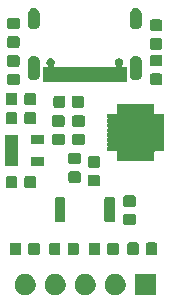
<source format=gbr>
G04 #@! TF.GenerationSoftware,KiCad,Pcbnew,(5.1.5)-3*
G04 #@! TF.CreationDate,2022-01-21T17:51:05-06:00*
G04 #@! TF.ProjectId,test_stand_smd,74657374-5f73-4746-916e-645f736d642e,rev?*
G04 #@! TF.SameCoordinates,Original*
G04 #@! TF.FileFunction,Soldermask,Top*
G04 #@! TF.FilePolarity,Negative*
%FSLAX46Y46*%
G04 Gerber Fmt 4.6, Leading zero omitted, Abs format (unit mm)*
G04 Created by KiCad (PCBNEW (5.1.5)-3) date 2022-01-21 17:51:05*
%MOMM*%
%LPD*%
G04 APERTURE LIST*
%ADD10C,0.100000*%
G04 APERTURE END LIST*
D10*
G36*
X143402532Y-100256887D02*
G01*
X143551832Y-100286584D01*
X143715804Y-100354504D01*
X143863374Y-100453107D01*
X143988873Y-100578606D01*
X144087476Y-100726176D01*
X144155396Y-100890148D01*
X144190020Y-101064219D01*
X144190020Y-101241701D01*
X144155396Y-101415772D01*
X144087476Y-101579744D01*
X143988873Y-101727314D01*
X143863374Y-101852813D01*
X143715804Y-101951416D01*
X143551832Y-102019336D01*
X143402532Y-102049033D01*
X143377762Y-102053960D01*
X143200278Y-102053960D01*
X143175508Y-102049033D01*
X143026208Y-102019336D01*
X142862236Y-101951416D01*
X142714666Y-101852813D01*
X142589167Y-101727314D01*
X142490564Y-101579744D01*
X142422644Y-101415772D01*
X142388020Y-101241701D01*
X142388020Y-101064219D01*
X142422644Y-100890148D01*
X142490564Y-100726176D01*
X142589167Y-100578606D01*
X142714666Y-100453107D01*
X142862236Y-100354504D01*
X143026208Y-100286584D01*
X143175508Y-100256887D01*
X143200278Y-100251960D01*
X143377762Y-100251960D01*
X143402532Y-100256887D01*
G37*
G36*
X140862532Y-100256887D02*
G01*
X141011832Y-100286584D01*
X141175804Y-100354504D01*
X141323374Y-100453107D01*
X141448873Y-100578606D01*
X141547476Y-100726176D01*
X141615396Y-100890148D01*
X141650020Y-101064219D01*
X141650020Y-101241701D01*
X141615396Y-101415772D01*
X141547476Y-101579744D01*
X141448873Y-101727314D01*
X141323374Y-101852813D01*
X141175804Y-101951416D01*
X141011832Y-102019336D01*
X140862532Y-102049033D01*
X140837762Y-102053960D01*
X140660278Y-102053960D01*
X140635508Y-102049033D01*
X140486208Y-102019336D01*
X140322236Y-101951416D01*
X140174666Y-101852813D01*
X140049167Y-101727314D01*
X139950564Y-101579744D01*
X139882644Y-101415772D01*
X139848020Y-101241701D01*
X139848020Y-101064219D01*
X139882644Y-100890148D01*
X139950564Y-100726176D01*
X140049167Y-100578606D01*
X140174666Y-100453107D01*
X140322236Y-100354504D01*
X140486208Y-100286584D01*
X140635508Y-100256887D01*
X140660278Y-100251960D01*
X140837762Y-100251960D01*
X140862532Y-100256887D01*
G37*
G36*
X138322532Y-100256887D02*
G01*
X138471832Y-100286584D01*
X138635804Y-100354504D01*
X138783374Y-100453107D01*
X138908873Y-100578606D01*
X139007476Y-100726176D01*
X139075396Y-100890148D01*
X139110020Y-101064219D01*
X139110020Y-101241701D01*
X139075396Y-101415772D01*
X139007476Y-101579744D01*
X138908873Y-101727314D01*
X138783374Y-101852813D01*
X138635804Y-101951416D01*
X138471832Y-102019336D01*
X138322532Y-102049033D01*
X138297762Y-102053960D01*
X138120278Y-102053960D01*
X138095508Y-102049033D01*
X137946208Y-102019336D01*
X137782236Y-101951416D01*
X137634666Y-101852813D01*
X137509167Y-101727314D01*
X137410564Y-101579744D01*
X137342644Y-101415772D01*
X137308020Y-101241701D01*
X137308020Y-101064219D01*
X137342644Y-100890148D01*
X137410564Y-100726176D01*
X137509167Y-100578606D01*
X137634666Y-100453107D01*
X137782236Y-100354504D01*
X137946208Y-100286584D01*
X138095508Y-100256887D01*
X138120278Y-100251960D01*
X138297762Y-100251960D01*
X138322532Y-100256887D01*
G37*
G36*
X149270020Y-102053960D02*
G01*
X147468020Y-102053960D01*
X147468020Y-100251960D01*
X149270020Y-100251960D01*
X149270020Y-102053960D01*
G37*
G36*
X145942532Y-100256887D02*
G01*
X146091832Y-100286584D01*
X146255804Y-100354504D01*
X146403374Y-100453107D01*
X146528873Y-100578606D01*
X146627476Y-100726176D01*
X146695396Y-100890148D01*
X146730020Y-101064219D01*
X146730020Y-101241701D01*
X146695396Y-101415772D01*
X146627476Y-101579744D01*
X146528873Y-101727314D01*
X146403374Y-101852813D01*
X146255804Y-101951416D01*
X146091832Y-102019336D01*
X145942532Y-102049033D01*
X145917762Y-102053960D01*
X145740278Y-102053960D01*
X145715508Y-102049033D01*
X145566208Y-102019336D01*
X145402236Y-101951416D01*
X145254666Y-101852813D01*
X145129167Y-101727314D01*
X145030564Y-101579744D01*
X144962644Y-101415772D01*
X144928020Y-101241701D01*
X144928020Y-101064219D01*
X144962644Y-100890148D01*
X145030564Y-100726176D01*
X145129167Y-100578606D01*
X145254666Y-100453107D01*
X145402236Y-100354504D01*
X145566208Y-100286584D01*
X145715508Y-100256887D01*
X145740278Y-100251960D01*
X145917762Y-100251960D01*
X145942532Y-100256887D01*
G37*
G36*
X142626991Y-97613285D02*
G01*
X142660969Y-97623593D01*
X142692290Y-97640334D01*
X142719739Y-97662861D01*
X142742266Y-97690310D01*
X142759007Y-97721631D01*
X142769315Y-97755609D01*
X142773400Y-97797090D01*
X142773400Y-98473310D01*
X142769315Y-98514791D01*
X142759007Y-98548769D01*
X142742266Y-98580090D01*
X142719739Y-98607539D01*
X142692290Y-98630066D01*
X142660969Y-98646807D01*
X142626991Y-98657115D01*
X142585510Y-98661200D01*
X141984290Y-98661200D01*
X141942809Y-98657115D01*
X141908831Y-98646807D01*
X141877510Y-98630066D01*
X141850061Y-98607539D01*
X141827534Y-98580090D01*
X141810793Y-98548769D01*
X141800485Y-98514791D01*
X141796400Y-98473310D01*
X141796400Y-97797090D01*
X141800485Y-97755609D01*
X141810793Y-97721631D01*
X141827534Y-97690310D01*
X141850061Y-97662861D01*
X141877510Y-97640334D01*
X141908831Y-97623593D01*
X141942809Y-97613285D01*
X141984290Y-97609200D01*
X142585510Y-97609200D01*
X142626991Y-97613285D01*
G37*
G36*
X137741991Y-97613285D02*
G01*
X137775969Y-97623593D01*
X137807290Y-97640334D01*
X137834739Y-97662861D01*
X137857266Y-97690310D01*
X137874007Y-97721631D01*
X137884315Y-97755609D01*
X137888400Y-97797090D01*
X137888400Y-98473310D01*
X137884315Y-98514791D01*
X137874007Y-98548769D01*
X137857266Y-98580090D01*
X137834739Y-98607539D01*
X137807290Y-98630066D01*
X137775969Y-98646807D01*
X137741991Y-98657115D01*
X137700510Y-98661200D01*
X137099290Y-98661200D01*
X137057809Y-98657115D01*
X137023831Y-98646807D01*
X136992510Y-98630066D01*
X136965061Y-98607539D01*
X136942534Y-98580090D01*
X136925793Y-98548769D01*
X136915485Y-98514791D01*
X136911400Y-98473310D01*
X136911400Y-97797090D01*
X136915485Y-97755609D01*
X136925793Y-97721631D01*
X136942534Y-97690310D01*
X136965061Y-97662861D01*
X136992510Y-97640334D01*
X137023831Y-97623593D01*
X137057809Y-97613285D01*
X137099290Y-97609200D01*
X137700510Y-97609200D01*
X137741991Y-97613285D01*
G37*
G36*
X139316991Y-97613285D02*
G01*
X139350969Y-97623593D01*
X139382290Y-97640334D01*
X139409739Y-97662861D01*
X139432266Y-97690310D01*
X139449007Y-97721631D01*
X139459315Y-97755609D01*
X139463400Y-97797090D01*
X139463400Y-98473310D01*
X139459315Y-98514791D01*
X139449007Y-98548769D01*
X139432266Y-98580090D01*
X139409739Y-98607539D01*
X139382290Y-98630066D01*
X139350969Y-98646807D01*
X139316991Y-98657115D01*
X139275510Y-98661200D01*
X138674290Y-98661200D01*
X138632809Y-98657115D01*
X138598831Y-98646807D01*
X138567510Y-98630066D01*
X138540061Y-98607539D01*
X138517534Y-98580090D01*
X138500793Y-98548769D01*
X138490485Y-98514791D01*
X138486400Y-98473310D01*
X138486400Y-97797090D01*
X138490485Y-97755609D01*
X138500793Y-97721631D01*
X138517534Y-97690310D01*
X138540061Y-97662861D01*
X138567510Y-97640334D01*
X138598831Y-97623593D01*
X138632809Y-97613285D01*
X138674290Y-97609200D01*
X139275510Y-97609200D01*
X139316991Y-97613285D01*
G37*
G36*
X141051991Y-97613285D02*
G01*
X141085969Y-97623593D01*
X141117290Y-97640334D01*
X141144739Y-97662861D01*
X141167266Y-97690310D01*
X141184007Y-97721631D01*
X141194315Y-97755609D01*
X141198400Y-97797090D01*
X141198400Y-98473310D01*
X141194315Y-98514791D01*
X141184007Y-98548769D01*
X141167266Y-98580090D01*
X141144739Y-98607539D01*
X141117290Y-98630066D01*
X141085969Y-98646807D01*
X141051991Y-98657115D01*
X141010510Y-98661200D01*
X140409290Y-98661200D01*
X140367809Y-98657115D01*
X140333831Y-98646807D01*
X140302510Y-98630066D01*
X140275061Y-98607539D01*
X140252534Y-98580090D01*
X140235793Y-98548769D01*
X140225485Y-98514791D01*
X140221400Y-98473310D01*
X140221400Y-97797090D01*
X140225485Y-97755609D01*
X140235793Y-97721631D01*
X140252534Y-97690310D01*
X140275061Y-97662861D01*
X140302510Y-97640334D01*
X140333831Y-97623593D01*
X140367809Y-97613285D01*
X140409290Y-97609200D01*
X141010510Y-97609200D01*
X141051991Y-97613285D01*
G37*
G36*
X144410791Y-97598285D02*
G01*
X144444769Y-97608593D01*
X144476090Y-97625334D01*
X144503539Y-97647861D01*
X144526066Y-97675310D01*
X144542807Y-97706631D01*
X144553115Y-97740609D01*
X144557200Y-97782090D01*
X144557200Y-98458310D01*
X144553115Y-98499791D01*
X144542807Y-98533769D01*
X144526066Y-98565090D01*
X144503539Y-98592539D01*
X144476090Y-98615066D01*
X144444769Y-98631807D01*
X144410791Y-98642115D01*
X144369310Y-98646200D01*
X143768090Y-98646200D01*
X143726609Y-98642115D01*
X143692631Y-98631807D01*
X143661310Y-98615066D01*
X143633861Y-98592539D01*
X143611334Y-98565090D01*
X143594593Y-98533769D01*
X143584285Y-98499791D01*
X143580200Y-98458310D01*
X143580200Y-97782090D01*
X143584285Y-97740609D01*
X143594593Y-97706631D01*
X143611334Y-97675310D01*
X143633861Y-97647861D01*
X143661310Y-97625334D01*
X143692631Y-97608593D01*
X143726609Y-97598285D01*
X143768090Y-97594200D01*
X144369310Y-97594200D01*
X144410791Y-97598285D01*
G37*
G36*
X145985791Y-97598285D02*
G01*
X146019769Y-97608593D01*
X146051090Y-97625334D01*
X146078539Y-97647861D01*
X146101066Y-97675310D01*
X146117807Y-97706631D01*
X146128115Y-97740609D01*
X146132200Y-97782090D01*
X146132200Y-98458310D01*
X146128115Y-98499791D01*
X146117807Y-98533769D01*
X146101066Y-98565090D01*
X146078539Y-98592539D01*
X146051090Y-98615066D01*
X146019769Y-98631807D01*
X145985791Y-98642115D01*
X145944310Y-98646200D01*
X145343090Y-98646200D01*
X145301609Y-98642115D01*
X145267631Y-98631807D01*
X145236310Y-98615066D01*
X145208861Y-98592539D01*
X145186334Y-98565090D01*
X145169593Y-98533769D01*
X145159285Y-98499791D01*
X145155200Y-98458310D01*
X145155200Y-97782090D01*
X145159285Y-97740609D01*
X145169593Y-97706631D01*
X145186334Y-97675310D01*
X145208861Y-97647861D01*
X145236310Y-97625334D01*
X145267631Y-97608593D01*
X145301609Y-97598285D01*
X145343090Y-97594200D01*
X145944310Y-97594200D01*
X145985791Y-97598285D01*
G37*
G36*
X147681991Y-97593285D02*
G01*
X147715969Y-97603593D01*
X147747290Y-97620334D01*
X147774739Y-97642861D01*
X147797266Y-97670310D01*
X147814007Y-97701631D01*
X147824315Y-97735609D01*
X147828400Y-97777090D01*
X147828400Y-98453310D01*
X147824315Y-98494791D01*
X147814007Y-98528769D01*
X147797266Y-98560090D01*
X147774739Y-98587539D01*
X147747290Y-98610066D01*
X147715969Y-98626807D01*
X147681991Y-98637115D01*
X147640510Y-98641200D01*
X147039290Y-98641200D01*
X146997809Y-98637115D01*
X146963831Y-98626807D01*
X146932510Y-98610066D01*
X146905061Y-98587539D01*
X146882534Y-98560090D01*
X146865793Y-98528769D01*
X146855485Y-98494791D01*
X146851400Y-98453310D01*
X146851400Y-97777090D01*
X146855485Y-97735609D01*
X146865793Y-97701631D01*
X146882534Y-97670310D01*
X146905061Y-97642861D01*
X146932510Y-97620334D01*
X146963831Y-97603593D01*
X146997809Y-97593285D01*
X147039290Y-97589200D01*
X147640510Y-97589200D01*
X147681991Y-97593285D01*
G37*
G36*
X149256991Y-97593285D02*
G01*
X149290969Y-97603593D01*
X149322290Y-97620334D01*
X149349739Y-97642861D01*
X149372266Y-97670310D01*
X149389007Y-97701631D01*
X149399315Y-97735609D01*
X149403400Y-97777090D01*
X149403400Y-98453310D01*
X149399315Y-98494791D01*
X149389007Y-98528769D01*
X149372266Y-98560090D01*
X149349739Y-98587539D01*
X149322290Y-98610066D01*
X149290969Y-98626807D01*
X149256991Y-98637115D01*
X149215510Y-98641200D01*
X148614290Y-98641200D01*
X148572809Y-98637115D01*
X148538831Y-98626807D01*
X148507510Y-98610066D01*
X148480061Y-98587539D01*
X148457534Y-98560090D01*
X148440793Y-98528769D01*
X148430485Y-98494791D01*
X148426400Y-98453310D01*
X148426400Y-97777090D01*
X148430485Y-97735609D01*
X148440793Y-97701631D01*
X148457534Y-97670310D01*
X148480061Y-97642861D01*
X148507510Y-97620334D01*
X148538831Y-97603593D01*
X148572809Y-97593285D01*
X148614290Y-97589200D01*
X149215510Y-97589200D01*
X149256991Y-97593285D01*
G37*
G36*
X147420191Y-95172085D02*
G01*
X147454169Y-95182393D01*
X147485490Y-95199134D01*
X147512939Y-95221661D01*
X147535466Y-95249110D01*
X147552207Y-95280431D01*
X147562515Y-95314409D01*
X147566600Y-95355890D01*
X147566600Y-95957110D01*
X147562515Y-95998591D01*
X147552207Y-96032569D01*
X147535466Y-96063890D01*
X147512939Y-96091339D01*
X147485490Y-96113866D01*
X147454169Y-96130607D01*
X147420191Y-96140915D01*
X147378710Y-96145000D01*
X146702490Y-96145000D01*
X146661009Y-96140915D01*
X146627031Y-96130607D01*
X146595710Y-96113866D01*
X146568261Y-96091339D01*
X146545734Y-96063890D01*
X146528993Y-96032569D01*
X146518685Y-95998591D01*
X146514600Y-95957110D01*
X146514600Y-95355890D01*
X146518685Y-95314409D01*
X146528993Y-95280431D01*
X146545734Y-95249110D01*
X146568261Y-95221661D01*
X146595710Y-95199134D01*
X146627031Y-95182393D01*
X146661009Y-95172085D01*
X146702490Y-95168000D01*
X147378710Y-95168000D01*
X147420191Y-95172085D01*
G37*
G36*
X141475683Y-93770925D02*
G01*
X141506143Y-93780166D01*
X141534223Y-93795174D01*
X141558831Y-93815369D01*
X141579026Y-93839977D01*
X141594034Y-93868057D01*
X141603275Y-93898517D01*
X141607000Y-93936340D01*
X141607000Y-95700060D01*
X141603275Y-95737883D01*
X141594034Y-95768343D01*
X141579026Y-95796423D01*
X141558831Y-95821031D01*
X141534223Y-95841226D01*
X141506143Y-95856234D01*
X141475683Y-95865475D01*
X141437860Y-95869200D01*
X140874140Y-95869200D01*
X140836317Y-95865475D01*
X140805857Y-95856234D01*
X140777777Y-95841226D01*
X140753169Y-95821031D01*
X140732974Y-95796423D01*
X140717966Y-95768343D01*
X140708725Y-95737883D01*
X140705000Y-95700060D01*
X140705000Y-93936340D01*
X140708725Y-93898517D01*
X140717966Y-93868057D01*
X140732974Y-93839977D01*
X140753169Y-93815369D01*
X140777777Y-93795174D01*
X140805857Y-93780166D01*
X140836317Y-93770925D01*
X140874140Y-93767200D01*
X141437860Y-93767200D01*
X141475683Y-93770925D01*
G37*
G36*
X145675683Y-93770925D02*
G01*
X145706143Y-93780166D01*
X145734223Y-93795174D01*
X145758831Y-93815369D01*
X145779026Y-93839977D01*
X145794034Y-93868057D01*
X145803275Y-93898517D01*
X145807000Y-93936340D01*
X145807000Y-95700060D01*
X145803275Y-95737883D01*
X145794034Y-95768343D01*
X145779026Y-95796423D01*
X145758831Y-95821031D01*
X145734223Y-95841226D01*
X145706143Y-95856234D01*
X145675683Y-95865475D01*
X145637860Y-95869200D01*
X145074140Y-95869200D01*
X145036317Y-95865475D01*
X145005857Y-95856234D01*
X144977777Y-95841226D01*
X144953169Y-95821031D01*
X144932974Y-95796423D01*
X144917966Y-95768343D01*
X144908725Y-95737883D01*
X144905000Y-95700060D01*
X144905000Y-93936340D01*
X144908725Y-93898517D01*
X144917966Y-93868057D01*
X144932974Y-93839977D01*
X144953169Y-93815369D01*
X144977777Y-93795174D01*
X145005857Y-93780166D01*
X145036317Y-93770925D01*
X145074140Y-93767200D01*
X145637860Y-93767200D01*
X145675683Y-93770925D01*
G37*
G36*
X147420191Y-93597085D02*
G01*
X147454169Y-93607393D01*
X147485490Y-93624134D01*
X147512939Y-93646661D01*
X147535466Y-93674110D01*
X147552207Y-93705431D01*
X147562515Y-93739409D01*
X147566600Y-93780890D01*
X147566600Y-94382110D01*
X147562515Y-94423591D01*
X147552207Y-94457569D01*
X147535466Y-94488890D01*
X147512939Y-94516339D01*
X147485490Y-94538866D01*
X147454169Y-94555607D01*
X147420191Y-94565915D01*
X147378710Y-94570000D01*
X146702490Y-94570000D01*
X146661009Y-94565915D01*
X146627031Y-94555607D01*
X146595710Y-94538866D01*
X146568261Y-94516339D01*
X146545734Y-94488890D01*
X146528993Y-94457569D01*
X146518685Y-94423591D01*
X146514600Y-94382110D01*
X146514600Y-93780890D01*
X146518685Y-93739409D01*
X146528993Y-93705431D01*
X146545734Y-93674110D01*
X146568261Y-93646661D01*
X146595710Y-93624134D01*
X146627031Y-93607393D01*
X146661009Y-93597085D01*
X146702490Y-93593000D01*
X147378710Y-93593000D01*
X147420191Y-93597085D01*
G37*
G36*
X137400391Y-91959485D02*
G01*
X137434369Y-91969793D01*
X137465690Y-91986534D01*
X137493139Y-92009061D01*
X137515666Y-92036510D01*
X137532407Y-92067831D01*
X137542715Y-92101809D01*
X137546800Y-92143290D01*
X137546800Y-92819510D01*
X137542715Y-92860991D01*
X137532407Y-92894969D01*
X137515666Y-92926290D01*
X137493139Y-92953739D01*
X137465690Y-92976266D01*
X137434369Y-92993007D01*
X137400391Y-93003315D01*
X137358910Y-93007400D01*
X136757690Y-93007400D01*
X136716209Y-93003315D01*
X136682231Y-92993007D01*
X136650910Y-92976266D01*
X136623461Y-92953739D01*
X136600934Y-92926290D01*
X136584193Y-92894969D01*
X136573885Y-92860991D01*
X136569800Y-92819510D01*
X136569800Y-92143290D01*
X136573885Y-92101809D01*
X136584193Y-92067831D01*
X136600934Y-92036510D01*
X136623461Y-92009061D01*
X136650910Y-91986534D01*
X136682231Y-91969793D01*
X136716209Y-91959485D01*
X136757690Y-91955400D01*
X137358910Y-91955400D01*
X137400391Y-91959485D01*
G37*
G36*
X138975391Y-91959485D02*
G01*
X139009369Y-91969793D01*
X139040690Y-91986534D01*
X139068139Y-92009061D01*
X139090666Y-92036510D01*
X139107407Y-92067831D01*
X139117715Y-92101809D01*
X139121800Y-92143290D01*
X139121800Y-92819510D01*
X139117715Y-92860991D01*
X139107407Y-92894969D01*
X139090666Y-92926290D01*
X139068139Y-92953739D01*
X139040690Y-92976266D01*
X139009369Y-92993007D01*
X138975391Y-93003315D01*
X138933910Y-93007400D01*
X138332690Y-93007400D01*
X138291209Y-93003315D01*
X138257231Y-92993007D01*
X138225910Y-92976266D01*
X138198461Y-92953739D01*
X138175934Y-92926290D01*
X138159193Y-92894969D01*
X138148885Y-92860991D01*
X138144800Y-92819510D01*
X138144800Y-92143290D01*
X138148885Y-92101809D01*
X138159193Y-92067831D01*
X138175934Y-92036510D01*
X138198461Y-92009061D01*
X138225910Y-91986534D01*
X138257231Y-91969793D01*
X138291209Y-91959485D01*
X138332690Y-91955400D01*
X138933910Y-91955400D01*
X138975391Y-91959485D01*
G37*
G36*
X144397591Y-91870085D02*
G01*
X144431569Y-91880393D01*
X144462890Y-91897134D01*
X144490339Y-91919661D01*
X144512866Y-91947110D01*
X144529607Y-91978431D01*
X144539915Y-92012409D01*
X144544000Y-92053890D01*
X144544000Y-92655110D01*
X144539915Y-92696591D01*
X144529607Y-92730569D01*
X144512866Y-92761890D01*
X144490339Y-92789339D01*
X144462890Y-92811866D01*
X144431569Y-92828607D01*
X144397591Y-92838915D01*
X144356110Y-92843000D01*
X143679890Y-92843000D01*
X143638409Y-92838915D01*
X143604431Y-92828607D01*
X143573110Y-92811866D01*
X143545661Y-92789339D01*
X143523134Y-92761890D01*
X143506393Y-92730569D01*
X143496085Y-92696591D01*
X143492000Y-92655110D01*
X143492000Y-92053890D01*
X143496085Y-92012409D01*
X143506393Y-91978431D01*
X143523134Y-91947110D01*
X143545661Y-91919661D01*
X143573110Y-91897134D01*
X143604431Y-91880393D01*
X143638409Y-91870085D01*
X143679890Y-91866000D01*
X144356110Y-91866000D01*
X144397591Y-91870085D01*
G37*
G36*
X142771991Y-91565285D02*
G01*
X142805969Y-91575593D01*
X142837290Y-91592334D01*
X142864739Y-91614861D01*
X142887266Y-91642310D01*
X142904007Y-91673631D01*
X142914315Y-91707609D01*
X142918400Y-91749090D01*
X142918400Y-92350310D01*
X142914315Y-92391791D01*
X142904007Y-92425769D01*
X142887266Y-92457090D01*
X142864739Y-92484539D01*
X142837290Y-92507066D01*
X142805969Y-92523807D01*
X142771991Y-92534115D01*
X142730510Y-92538200D01*
X142054290Y-92538200D01*
X142012809Y-92534115D01*
X141978831Y-92523807D01*
X141947510Y-92507066D01*
X141920061Y-92484539D01*
X141897534Y-92457090D01*
X141880793Y-92425769D01*
X141870485Y-92391791D01*
X141866400Y-92350310D01*
X141866400Y-91749090D01*
X141870485Y-91707609D01*
X141880793Y-91673631D01*
X141897534Y-91642310D01*
X141920061Y-91614861D01*
X141947510Y-91592334D01*
X141978831Y-91575593D01*
X142012809Y-91565285D01*
X142054290Y-91561200D01*
X142730510Y-91561200D01*
X142771991Y-91565285D01*
G37*
G36*
X144397591Y-90295085D02*
G01*
X144431569Y-90305393D01*
X144462890Y-90322134D01*
X144490339Y-90344661D01*
X144512866Y-90372110D01*
X144529607Y-90403431D01*
X144539915Y-90437409D01*
X144544000Y-90478890D01*
X144544000Y-91080110D01*
X144539915Y-91121591D01*
X144529607Y-91155569D01*
X144512866Y-91186890D01*
X144490339Y-91214339D01*
X144462890Y-91236866D01*
X144431569Y-91253607D01*
X144397591Y-91263915D01*
X144356110Y-91268000D01*
X143679890Y-91268000D01*
X143638409Y-91263915D01*
X143604431Y-91253607D01*
X143573110Y-91236866D01*
X143545661Y-91214339D01*
X143523134Y-91186890D01*
X143506393Y-91155569D01*
X143496085Y-91121591D01*
X143492000Y-91080110D01*
X143492000Y-90478890D01*
X143496085Y-90437409D01*
X143506393Y-90403431D01*
X143523134Y-90372110D01*
X143545661Y-90344661D01*
X143573110Y-90322134D01*
X143604431Y-90305393D01*
X143638409Y-90295085D01*
X143679890Y-90291000D01*
X144356110Y-90291000D01*
X144397591Y-90295085D01*
G37*
G36*
X139831600Y-91140400D02*
G01*
X138669600Y-91140400D01*
X138669600Y-90388400D01*
X139831600Y-90388400D01*
X139831600Y-91140400D01*
G37*
G36*
X137631600Y-91140400D02*
G01*
X136469600Y-91140400D01*
X136469600Y-88488400D01*
X137631600Y-88488400D01*
X137631600Y-91140400D01*
G37*
G36*
X142771991Y-89990285D02*
G01*
X142805969Y-90000593D01*
X142837290Y-90017334D01*
X142864739Y-90039861D01*
X142887266Y-90067310D01*
X142904007Y-90098631D01*
X142914315Y-90132609D01*
X142918400Y-90174090D01*
X142918400Y-90775310D01*
X142914315Y-90816791D01*
X142904007Y-90850769D01*
X142887266Y-90882090D01*
X142864739Y-90909539D01*
X142837290Y-90932066D01*
X142805969Y-90948807D01*
X142771991Y-90959115D01*
X142730510Y-90963200D01*
X142054290Y-90963200D01*
X142012809Y-90959115D01*
X141978831Y-90948807D01*
X141947510Y-90932066D01*
X141920061Y-90909539D01*
X141897534Y-90882090D01*
X141880793Y-90850769D01*
X141870485Y-90816791D01*
X141866400Y-90775310D01*
X141866400Y-90174090D01*
X141870485Y-90132609D01*
X141880793Y-90098631D01*
X141897534Y-90067310D01*
X141920061Y-90039861D01*
X141947510Y-90017334D01*
X141978831Y-90000593D01*
X142012809Y-89990285D01*
X142054290Y-89986200D01*
X142730510Y-89986200D01*
X142771991Y-89990285D01*
G37*
G36*
X146314416Y-85890243D02*
G01*
X146318556Y-85891499D01*
X146337716Y-85899435D01*
X146361750Y-85904215D01*
X146386254Y-85904215D01*
X146410287Y-85899434D01*
X146429445Y-85891499D01*
X146433584Y-85890243D01*
X146442143Y-85889400D01*
X146705857Y-85889400D01*
X146714416Y-85890243D01*
X146718556Y-85891499D01*
X146737716Y-85899435D01*
X146761750Y-85904215D01*
X146786254Y-85904215D01*
X146810287Y-85899434D01*
X146829445Y-85891499D01*
X146833584Y-85890243D01*
X146842143Y-85889400D01*
X147105857Y-85889400D01*
X147114416Y-85890243D01*
X147118556Y-85891499D01*
X147137716Y-85899435D01*
X147161750Y-85904215D01*
X147186254Y-85904215D01*
X147210287Y-85899434D01*
X147229445Y-85891499D01*
X147233584Y-85890243D01*
X147242143Y-85889400D01*
X147505857Y-85889400D01*
X147514416Y-85890243D01*
X147518556Y-85891499D01*
X147537716Y-85899435D01*
X147561750Y-85904215D01*
X147586254Y-85904215D01*
X147610287Y-85899434D01*
X147629445Y-85891499D01*
X147633584Y-85890243D01*
X147642143Y-85889400D01*
X147905857Y-85889400D01*
X147914416Y-85890243D01*
X147918556Y-85891499D01*
X147937716Y-85899435D01*
X147961750Y-85904215D01*
X147986254Y-85904215D01*
X148010287Y-85899434D01*
X148029445Y-85891499D01*
X148033584Y-85890243D01*
X148042143Y-85889400D01*
X148305857Y-85889400D01*
X148314416Y-85890243D01*
X148318556Y-85891499D01*
X148337716Y-85899435D01*
X148361750Y-85904215D01*
X148386254Y-85904215D01*
X148410287Y-85899434D01*
X148429445Y-85891499D01*
X148433584Y-85890243D01*
X148442143Y-85889400D01*
X148705857Y-85889400D01*
X148714416Y-85890243D01*
X148718556Y-85891499D01*
X148737716Y-85899435D01*
X148761750Y-85904215D01*
X148786254Y-85904215D01*
X148810287Y-85899434D01*
X148829445Y-85891499D01*
X148833584Y-85890243D01*
X148842143Y-85889400D01*
X149105857Y-85889400D01*
X149114416Y-85890243D01*
X149116745Y-85890950D01*
X149118887Y-85892095D01*
X149120765Y-85893635D01*
X149122305Y-85895513D01*
X149123450Y-85897655D01*
X149124157Y-85899984D01*
X149125000Y-85908543D01*
X149125000Y-86614401D01*
X149127402Y-86638787D01*
X149134515Y-86662236D01*
X149146066Y-86683847D01*
X149161611Y-86702789D01*
X149180553Y-86718334D01*
X149202164Y-86729885D01*
X149225613Y-86736998D01*
X149249999Y-86739400D01*
X149955857Y-86739400D01*
X149964416Y-86740243D01*
X149966745Y-86740950D01*
X149968887Y-86742095D01*
X149970765Y-86743635D01*
X149972305Y-86745513D01*
X149973450Y-86747655D01*
X149974157Y-86749984D01*
X149975000Y-86758543D01*
X149975000Y-87022257D01*
X149974157Y-87030816D01*
X149972901Y-87034956D01*
X149964965Y-87054116D01*
X149960185Y-87078150D01*
X149960185Y-87102654D01*
X149964966Y-87126687D01*
X149972901Y-87145845D01*
X149974157Y-87149984D01*
X149975000Y-87158543D01*
X149975000Y-87422257D01*
X149974157Y-87430816D01*
X149972901Y-87434956D01*
X149964965Y-87454116D01*
X149960185Y-87478150D01*
X149960185Y-87502654D01*
X149964966Y-87526687D01*
X149972901Y-87545845D01*
X149974157Y-87549984D01*
X149975000Y-87558543D01*
X149975000Y-87822257D01*
X149974157Y-87830816D01*
X149972901Y-87834956D01*
X149964965Y-87854116D01*
X149960185Y-87878150D01*
X149960185Y-87902654D01*
X149964966Y-87926687D01*
X149972901Y-87945845D01*
X149974157Y-87949984D01*
X149975000Y-87958543D01*
X149975000Y-88222257D01*
X149974157Y-88230816D01*
X149972901Y-88234956D01*
X149964965Y-88254116D01*
X149960185Y-88278150D01*
X149960185Y-88302654D01*
X149964966Y-88326687D01*
X149972901Y-88345845D01*
X149974157Y-88349984D01*
X149975000Y-88358543D01*
X149975000Y-88622257D01*
X149974157Y-88630816D01*
X149972901Y-88634956D01*
X149964965Y-88654116D01*
X149960185Y-88678150D01*
X149960185Y-88702654D01*
X149964966Y-88726687D01*
X149972901Y-88745845D01*
X149974157Y-88749984D01*
X149975000Y-88758543D01*
X149975000Y-89022257D01*
X149974157Y-89030816D01*
X149972901Y-89034956D01*
X149964965Y-89054116D01*
X149960185Y-89078150D01*
X149960185Y-89102654D01*
X149964966Y-89126687D01*
X149972901Y-89145845D01*
X149974157Y-89149984D01*
X149975000Y-89158543D01*
X149975000Y-89422257D01*
X149974157Y-89430816D01*
X149972901Y-89434956D01*
X149964965Y-89454116D01*
X149960185Y-89478150D01*
X149960185Y-89502654D01*
X149964966Y-89526687D01*
X149972901Y-89545845D01*
X149974157Y-89549984D01*
X149975000Y-89558543D01*
X149975000Y-89822257D01*
X149974157Y-89830816D01*
X149973450Y-89833145D01*
X149972305Y-89835287D01*
X149970765Y-89837165D01*
X149968887Y-89838705D01*
X149966745Y-89839850D01*
X149964416Y-89840557D01*
X149955857Y-89841400D01*
X149249999Y-89841400D01*
X149225613Y-89843802D01*
X149202164Y-89850915D01*
X149180553Y-89862466D01*
X149161611Y-89878011D01*
X149146066Y-89896953D01*
X149134515Y-89918564D01*
X149127402Y-89942013D01*
X149125000Y-89966399D01*
X149125000Y-90672257D01*
X149124157Y-90680816D01*
X149123450Y-90683145D01*
X149122305Y-90685287D01*
X149120765Y-90687165D01*
X149118887Y-90688705D01*
X149116745Y-90689850D01*
X149114416Y-90690557D01*
X149105857Y-90691400D01*
X148842143Y-90691400D01*
X148833584Y-90690557D01*
X148829444Y-90689301D01*
X148810284Y-90681365D01*
X148786250Y-90676585D01*
X148761746Y-90676585D01*
X148737713Y-90681366D01*
X148718555Y-90689301D01*
X148714416Y-90690557D01*
X148705857Y-90691400D01*
X148442143Y-90691400D01*
X148433584Y-90690557D01*
X148429444Y-90689301D01*
X148410284Y-90681365D01*
X148386250Y-90676585D01*
X148361746Y-90676585D01*
X148337713Y-90681366D01*
X148318555Y-90689301D01*
X148314416Y-90690557D01*
X148305857Y-90691400D01*
X148042143Y-90691400D01*
X148033584Y-90690557D01*
X148029444Y-90689301D01*
X148010284Y-90681365D01*
X147986250Y-90676585D01*
X147961746Y-90676585D01*
X147937713Y-90681366D01*
X147918555Y-90689301D01*
X147914416Y-90690557D01*
X147905857Y-90691400D01*
X147642143Y-90691400D01*
X147633584Y-90690557D01*
X147629444Y-90689301D01*
X147610284Y-90681365D01*
X147586250Y-90676585D01*
X147561746Y-90676585D01*
X147537713Y-90681366D01*
X147518555Y-90689301D01*
X147514416Y-90690557D01*
X147505857Y-90691400D01*
X147242143Y-90691400D01*
X147233584Y-90690557D01*
X147229444Y-90689301D01*
X147210284Y-90681365D01*
X147186250Y-90676585D01*
X147161746Y-90676585D01*
X147137713Y-90681366D01*
X147118555Y-90689301D01*
X147114416Y-90690557D01*
X147105857Y-90691400D01*
X146842143Y-90691400D01*
X146833584Y-90690557D01*
X146829444Y-90689301D01*
X146810284Y-90681365D01*
X146786250Y-90676585D01*
X146761746Y-90676585D01*
X146737713Y-90681366D01*
X146718555Y-90689301D01*
X146714416Y-90690557D01*
X146705857Y-90691400D01*
X146442143Y-90691400D01*
X146433584Y-90690557D01*
X146429444Y-90689301D01*
X146410284Y-90681365D01*
X146386250Y-90676585D01*
X146361746Y-90676585D01*
X146337713Y-90681366D01*
X146318555Y-90689301D01*
X146314416Y-90690557D01*
X146305857Y-90691400D01*
X146042143Y-90691400D01*
X146033584Y-90690557D01*
X146031255Y-90689850D01*
X146029113Y-90688705D01*
X146027235Y-90687165D01*
X146025695Y-90685287D01*
X146024550Y-90683145D01*
X146023843Y-90680816D01*
X146023000Y-90672257D01*
X146023000Y-89966399D01*
X146020598Y-89942013D01*
X146013485Y-89918564D01*
X146001934Y-89896953D01*
X145986389Y-89878011D01*
X145967447Y-89862466D01*
X145945836Y-89850915D01*
X145922387Y-89843802D01*
X145898001Y-89841400D01*
X145192143Y-89841400D01*
X145183584Y-89840557D01*
X145181255Y-89839850D01*
X145179113Y-89838705D01*
X145177235Y-89837165D01*
X145175695Y-89835287D01*
X145174550Y-89833145D01*
X145173843Y-89830816D01*
X145173000Y-89822257D01*
X145173000Y-89558543D01*
X145173843Y-89549984D01*
X145175099Y-89545844D01*
X145183035Y-89526684D01*
X145187815Y-89502650D01*
X145187815Y-89478146D01*
X145183034Y-89454113D01*
X145175099Y-89434955D01*
X145173843Y-89430816D01*
X145173000Y-89422257D01*
X145173000Y-89158543D01*
X145173843Y-89149984D01*
X145175099Y-89145844D01*
X145183035Y-89126684D01*
X145187815Y-89102650D01*
X145187815Y-89078146D01*
X145183034Y-89054113D01*
X145175099Y-89034955D01*
X145173843Y-89030816D01*
X145173000Y-89022257D01*
X145173000Y-88758543D01*
X145173843Y-88749984D01*
X145175099Y-88745844D01*
X145183035Y-88726684D01*
X145187815Y-88702650D01*
X145187815Y-88678146D01*
X145183034Y-88654113D01*
X145175099Y-88634955D01*
X145173843Y-88630816D01*
X145173000Y-88622257D01*
X145173000Y-88358543D01*
X145173843Y-88349984D01*
X145175099Y-88345844D01*
X145183035Y-88326684D01*
X145187815Y-88302650D01*
X145187815Y-88278146D01*
X145183034Y-88254113D01*
X145175099Y-88234955D01*
X145173843Y-88230816D01*
X145173000Y-88222257D01*
X145173000Y-87958543D01*
X145173843Y-87949984D01*
X145175099Y-87945844D01*
X145183035Y-87926684D01*
X145187815Y-87902650D01*
X145187815Y-87878146D01*
X145183034Y-87854113D01*
X145175099Y-87834955D01*
X145173843Y-87830816D01*
X145173000Y-87822257D01*
X145173000Y-87558543D01*
X145173843Y-87549984D01*
X145175099Y-87545844D01*
X145183035Y-87526684D01*
X145187815Y-87502650D01*
X145187815Y-87478146D01*
X145183034Y-87454113D01*
X145175099Y-87434955D01*
X145173843Y-87430816D01*
X145173000Y-87422257D01*
X145173000Y-87158543D01*
X145173843Y-87149984D01*
X145175099Y-87145844D01*
X145183035Y-87126684D01*
X145187815Y-87102650D01*
X145187815Y-87078146D01*
X145183034Y-87054113D01*
X145175099Y-87034955D01*
X145173843Y-87030816D01*
X145173000Y-87022257D01*
X145173000Y-86758543D01*
X145173843Y-86749984D01*
X145174550Y-86747655D01*
X145175695Y-86745513D01*
X145177235Y-86743635D01*
X145179113Y-86742095D01*
X145181255Y-86740950D01*
X145183584Y-86740243D01*
X145192143Y-86739400D01*
X145898001Y-86739400D01*
X145922387Y-86736998D01*
X145945836Y-86729885D01*
X145967447Y-86718334D01*
X145986389Y-86702789D01*
X146001934Y-86683847D01*
X146013485Y-86662236D01*
X146020598Y-86638787D01*
X146023000Y-86614401D01*
X146023000Y-85908543D01*
X146023843Y-85899984D01*
X146024550Y-85897655D01*
X146025695Y-85895513D01*
X146027235Y-85893635D01*
X146029113Y-85892095D01*
X146031255Y-85890950D01*
X146033584Y-85890243D01*
X146042143Y-85889400D01*
X146305857Y-85889400D01*
X146314416Y-85890243D01*
G37*
G36*
X141400391Y-88390285D02*
G01*
X141434369Y-88400593D01*
X141465690Y-88417334D01*
X141493139Y-88439861D01*
X141515666Y-88467310D01*
X141532407Y-88498631D01*
X141542715Y-88532609D01*
X141546800Y-88574090D01*
X141546800Y-89175310D01*
X141542715Y-89216791D01*
X141532407Y-89250769D01*
X141515666Y-89282090D01*
X141493139Y-89309539D01*
X141465690Y-89332066D01*
X141434369Y-89348807D01*
X141400391Y-89359115D01*
X141358910Y-89363200D01*
X140682690Y-89363200D01*
X140641209Y-89359115D01*
X140607231Y-89348807D01*
X140575910Y-89332066D01*
X140548461Y-89309539D01*
X140525934Y-89282090D01*
X140509193Y-89250769D01*
X140498885Y-89216791D01*
X140494800Y-89175310D01*
X140494800Y-88574090D01*
X140498885Y-88532609D01*
X140509193Y-88498631D01*
X140525934Y-88467310D01*
X140548461Y-88439861D01*
X140575910Y-88417334D01*
X140607231Y-88400593D01*
X140641209Y-88390285D01*
X140682690Y-88386200D01*
X141358910Y-88386200D01*
X141400391Y-88390285D01*
G37*
G36*
X143102191Y-88390285D02*
G01*
X143136169Y-88400593D01*
X143167490Y-88417334D01*
X143194939Y-88439861D01*
X143217466Y-88467310D01*
X143234207Y-88498631D01*
X143244515Y-88532609D01*
X143248600Y-88574090D01*
X143248600Y-89175310D01*
X143244515Y-89216791D01*
X143234207Y-89250769D01*
X143217466Y-89282090D01*
X143194939Y-89309539D01*
X143167490Y-89332066D01*
X143136169Y-89348807D01*
X143102191Y-89359115D01*
X143060710Y-89363200D01*
X142384490Y-89363200D01*
X142343009Y-89359115D01*
X142309031Y-89348807D01*
X142277710Y-89332066D01*
X142250261Y-89309539D01*
X142227734Y-89282090D01*
X142210993Y-89250769D01*
X142200685Y-89216791D01*
X142196600Y-89175310D01*
X142196600Y-88574090D01*
X142200685Y-88532609D01*
X142210993Y-88498631D01*
X142227734Y-88467310D01*
X142250261Y-88439861D01*
X142277710Y-88417334D01*
X142309031Y-88400593D01*
X142343009Y-88390285D01*
X142384490Y-88386200D01*
X143060710Y-88386200D01*
X143102191Y-88390285D01*
G37*
G36*
X139831600Y-89240400D02*
G01*
X138669600Y-89240400D01*
X138669600Y-88488400D01*
X139831600Y-88488400D01*
X139831600Y-89240400D01*
G37*
G36*
X143102191Y-86815285D02*
G01*
X143136169Y-86825593D01*
X143167490Y-86842334D01*
X143194939Y-86864861D01*
X143217466Y-86892310D01*
X143234207Y-86923631D01*
X143244515Y-86957609D01*
X143248600Y-86999090D01*
X143248600Y-87600310D01*
X143244515Y-87641791D01*
X143234207Y-87675769D01*
X143217466Y-87707090D01*
X143194939Y-87734539D01*
X143167490Y-87757066D01*
X143136169Y-87773807D01*
X143102191Y-87784115D01*
X143060710Y-87788200D01*
X142384490Y-87788200D01*
X142343009Y-87784115D01*
X142309031Y-87773807D01*
X142277710Y-87757066D01*
X142250261Y-87734539D01*
X142227734Y-87707090D01*
X142210993Y-87675769D01*
X142200685Y-87641791D01*
X142196600Y-87600310D01*
X142196600Y-86999090D01*
X142200685Y-86957609D01*
X142210993Y-86923631D01*
X142227734Y-86892310D01*
X142250261Y-86864861D01*
X142277710Y-86842334D01*
X142309031Y-86825593D01*
X142343009Y-86815285D01*
X142384490Y-86811200D01*
X143060710Y-86811200D01*
X143102191Y-86815285D01*
G37*
G36*
X141400391Y-86815285D02*
G01*
X141434369Y-86825593D01*
X141465690Y-86842334D01*
X141493139Y-86864861D01*
X141515666Y-86892310D01*
X141532407Y-86923631D01*
X141542715Y-86957609D01*
X141546800Y-86999090D01*
X141546800Y-87600310D01*
X141542715Y-87641791D01*
X141532407Y-87675769D01*
X141515666Y-87707090D01*
X141493139Y-87734539D01*
X141465690Y-87757066D01*
X141434369Y-87773807D01*
X141400391Y-87784115D01*
X141358910Y-87788200D01*
X140682690Y-87788200D01*
X140641209Y-87784115D01*
X140607231Y-87773807D01*
X140575910Y-87757066D01*
X140548461Y-87734539D01*
X140525934Y-87707090D01*
X140509193Y-87675769D01*
X140498885Y-87641791D01*
X140494800Y-87600310D01*
X140494800Y-86999090D01*
X140498885Y-86957609D01*
X140509193Y-86923631D01*
X140525934Y-86892310D01*
X140548461Y-86864861D01*
X140575910Y-86842334D01*
X140607231Y-86825593D01*
X140641209Y-86815285D01*
X140682690Y-86811200D01*
X141358910Y-86811200D01*
X141400391Y-86815285D01*
G37*
G36*
X138975391Y-86549285D02*
G01*
X139009369Y-86559593D01*
X139040690Y-86576334D01*
X139068139Y-86598861D01*
X139090666Y-86626310D01*
X139107407Y-86657631D01*
X139117715Y-86691609D01*
X139121800Y-86733090D01*
X139121800Y-87409310D01*
X139117715Y-87450791D01*
X139107407Y-87484769D01*
X139090666Y-87516090D01*
X139068139Y-87543539D01*
X139040690Y-87566066D01*
X139009369Y-87582807D01*
X138975391Y-87593115D01*
X138933910Y-87597200D01*
X138332690Y-87597200D01*
X138291209Y-87593115D01*
X138257231Y-87582807D01*
X138225910Y-87566066D01*
X138198461Y-87543539D01*
X138175934Y-87516090D01*
X138159193Y-87484769D01*
X138148885Y-87450791D01*
X138144800Y-87409310D01*
X138144800Y-86733090D01*
X138148885Y-86691609D01*
X138159193Y-86657631D01*
X138175934Y-86626310D01*
X138198461Y-86598861D01*
X138225910Y-86576334D01*
X138257231Y-86559593D01*
X138291209Y-86549285D01*
X138332690Y-86545200D01*
X138933910Y-86545200D01*
X138975391Y-86549285D01*
G37*
G36*
X137400391Y-86549285D02*
G01*
X137434369Y-86559593D01*
X137465690Y-86576334D01*
X137493139Y-86598861D01*
X137515666Y-86626310D01*
X137532407Y-86657631D01*
X137542715Y-86691609D01*
X137546800Y-86733090D01*
X137546800Y-87409310D01*
X137542715Y-87450791D01*
X137532407Y-87484769D01*
X137515666Y-87516090D01*
X137493139Y-87543539D01*
X137465690Y-87566066D01*
X137434369Y-87582807D01*
X137400391Y-87593115D01*
X137358910Y-87597200D01*
X136757690Y-87597200D01*
X136716209Y-87593115D01*
X136682231Y-87582807D01*
X136650910Y-87566066D01*
X136623461Y-87543539D01*
X136600934Y-87516090D01*
X136584193Y-87484769D01*
X136573885Y-87450791D01*
X136569800Y-87409310D01*
X136569800Y-86733090D01*
X136573885Y-86691609D01*
X136584193Y-86657631D01*
X136600934Y-86626310D01*
X136623461Y-86598861D01*
X136650910Y-86576334D01*
X136682231Y-86559593D01*
X136716209Y-86549285D01*
X136757690Y-86545200D01*
X137358910Y-86545200D01*
X137400391Y-86549285D01*
G37*
G36*
X141438991Y-85152285D02*
G01*
X141472969Y-85162593D01*
X141504290Y-85179334D01*
X141531739Y-85201861D01*
X141554266Y-85229310D01*
X141571007Y-85260631D01*
X141581315Y-85294609D01*
X141585400Y-85336090D01*
X141585400Y-86012310D01*
X141581315Y-86053791D01*
X141571007Y-86087769D01*
X141554266Y-86119090D01*
X141531739Y-86146539D01*
X141504290Y-86169066D01*
X141472969Y-86185807D01*
X141438991Y-86196115D01*
X141397510Y-86200200D01*
X140796290Y-86200200D01*
X140754809Y-86196115D01*
X140720831Y-86185807D01*
X140689510Y-86169066D01*
X140662061Y-86146539D01*
X140639534Y-86119090D01*
X140622793Y-86087769D01*
X140612485Y-86053791D01*
X140608400Y-86012310D01*
X140608400Y-85336090D01*
X140612485Y-85294609D01*
X140622793Y-85260631D01*
X140639534Y-85229310D01*
X140662061Y-85201861D01*
X140689510Y-85179334D01*
X140720831Y-85162593D01*
X140754809Y-85152285D01*
X140796290Y-85148200D01*
X141397510Y-85148200D01*
X141438991Y-85152285D01*
G37*
G36*
X143013991Y-85152285D02*
G01*
X143047969Y-85162593D01*
X143079290Y-85179334D01*
X143106739Y-85201861D01*
X143129266Y-85229310D01*
X143146007Y-85260631D01*
X143156315Y-85294609D01*
X143160400Y-85336090D01*
X143160400Y-86012310D01*
X143156315Y-86053791D01*
X143146007Y-86087769D01*
X143129266Y-86119090D01*
X143106739Y-86146539D01*
X143079290Y-86169066D01*
X143047969Y-86185807D01*
X143013991Y-86196115D01*
X142972510Y-86200200D01*
X142371290Y-86200200D01*
X142329809Y-86196115D01*
X142295831Y-86185807D01*
X142264510Y-86169066D01*
X142237061Y-86146539D01*
X142214534Y-86119090D01*
X142197793Y-86087769D01*
X142187485Y-86053791D01*
X142183400Y-86012310D01*
X142183400Y-85336090D01*
X142187485Y-85294609D01*
X142197793Y-85260631D01*
X142214534Y-85229310D01*
X142237061Y-85201861D01*
X142264510Y-85179334D01*
X142295831Y-85162593D01*
X142329809Y-85152285D01*
X142371290Y-85148200D01*
X142972510Y-85148200D01*
X143013991Y-85152285D01*
G37*
G36*
X137400391Y-84923685D02*
G01*
X137434369Y-84933993D01*
X137465690Y-84950734D01*
X137493139Y-84973261D01*
X137515666Y-85000710D01*
X137532407Y-85032031D01*
X137542715Y-85066009D01*
X137546800Y-85107490D01*
X137546800Y-85783710D01*
X137542715Y-85825191D01*
X137532407Y-85859169D01*
X137515666Y-85890490D01*
X137493139Y-85917939D01*
X137465690Y-85940466D01*
X137434369Y-85957207D01*
X137400391Y-85967515D01*
X137358910Y-85971600D01*
X136757690Y-85971600D01*
X136716209Y-85967515D01*
X136682231Y-85957207D01*
X136650910Y-85940466D01*
X136623461Y-85917939D01*
X136600934Y-85890490D01*
X136584193Y-85859169D01*
X136573885Y-85825191D01*
X136569800Y-85783710D01*
X136569800Y-85107490D01*
X136573885Y-85066009D01*
X136584193Y-85032031D01*
X136600934Y-85000710D01*
X136623461Y-84973261D01*
X136650910Y-84950734D01*
X136682231Y-84933993D01*
X136716209Y-84923685D01*
X136757690Y-84919600D01*
X137358910Y-84919600D01*
X137400391Y-84923685D01*
G37*
G36*
X138975391Y-84923685D02*
G01*
X139009369Y-84933993D01*
X139040690Y-84950734D01*
X139068139Y-84973261D01*
X139090666Y-85000710D01*
X139107407Y-85032031D01*
X139117715Y-85066009D01*
X139121800Y-85107490D01*
X139121800Y-85783710D01*
X139117715Y-85825191D01*
X139107407Y-85859169D01*
X139090666Y-85890490D01*
X139068139Y-85917939D01*
X139040690Y-85940466D01*
X139009369Y-85957207D01*
X138975391Y-85967515D01*
X138933910Y-85971600D01*
X138332690Y-85971600D01*
X138291209Y-85967515D01*
X138257231Y-85957207D01*
X138225910Y-85940466D01*
X138198461Y-85917939D01*
X138175934Y-85890490D01*
X138159193Y-85859169D01*
X138148885Y-85825191D01*
X138144800Y-85783710D01*
X138144800Y-85107490D01*
X138148885Y-85066009D01*
X138159193Y-85032031D01*
X138175934Y-85000710D01*
X138198461Y-84973261D01*
X138225910Y-84950734D01*
X138257231Y-84933993D01*
X138291209Y-84923685D01*
X138332690Y-84919600D01*
X138933910Y-84919600D01*
X138975391Y-84923685D01*
G37*
G36*
X137590391Y-83310285D02*
G01*
X137624369Y-83320593D01*
X137655690Y-83337334D01*
X137683139Y-83359861D01*
X137705666Y-83387310D01*
X137722407Y-83418631D01*
X137732715Y-83452609D01*
X137736800Y-83494090D01*
X137736800Y-84095310D01*
X137732715Y-84136791D01*
X137722407Y-84170769D01*
X137705666Y-84202090D01*
X137683139Y-84229539D01*
X137655690Y-84252066D01*
X137624369Y-84268807D01*
X137590391Y-84279115D01*
X137548910Y-84283200D01*
X136872690Y-84283200D01*
X136831209Y-84279115D01*
X136797231Y-84268807D01*
X136765910Y-84252066D01*
X136738461Y-84229539D01*
X136715934Y-84202090D01*
X136699193Y-84170769D01*
X136688885Y-84136791D01*
X136684800Y-84095310D01*
X136684800Y-83494090D01*
X136688885Y-83452609D01*
X136699193Y-83418631D01*
X136715934Y-83387310D01*
X136738461Y-83359861D01*
X136765910Y-83337334D01*
X136797231Y-83320593D01*
X136831209Y-83310285D01*
X136872690Y-83306200D01*
X137548910Y-83306200D01*
X137590391Y-83310285D01*
G37*
G36*
X149680791Y-83284885D02*
G01*
X149714769Y-83295193D01*
X149746090Y-83311934D01*
X149773539Y-83334461D01*
X149796066Y-83361910D01*
X149812807Y-83393231D01*
X149823115Y-83427209D01*
X149827200Y-83468690D01*
X149827200Y-84069910D01*
X149823115Y-84111391D01*
X149812807Y-84145369D01*
X149796066Y-84176690D01*
X149773539Y-84204139D01*
X149746090Y-84226666D01*
X149714769Y-84243407D01*
X149680791Y-84253715D01*
X149639310Y-84257800D01*
X148963090Y-84257800D01*
X148921609Y-84253715D01*
X148887631Y-84243407D01*
X148856310Y-84226666D01*
X148828861Y-84204139D01*
X148806334Y-84176690D01*
X148789593Y-84145369D01*
X148779285Y-84111391D01*
X148775200Y-84069910D01*
X148775200Y-83468690D01*
X148779285Y-83427209D01*
X148789593Y-83393231D01*
X148806334Y-83361910D01*
X148828861Y-83334461D01*
X148856310Y-83311934D01*
X148887631Y-83295193D01*
X148921609Y-83284885D01*
X148963090Y-83280800D01*
X149639310Y-83280800D01*
X149680791Y-83284885D01*
G37*
G36*
X140465843Y-81997689D02*
G01*
X140465846Y-81997690D01*
X140465845Y-81997690D01*
X140529718Y-82024146D01*
X140587208Y-82062560D01*
X140636100Y-82111452D01*
X140674514Y-82168942D01*
X140696084Y-82221018D01*
X140700971Y-82232817D01*
X140714460Y-82300630D01*
X140714460Y-82369770D01*
X140700971Y-82437583D01*
X140700970Y-82437585D01*
X140674514Y-82501458D01*
X140629706Y-82568517D01*
X140628690Y-82569755D01*
X140617139Y-82591366D01*
X140610026Y-82614815D01*
X140607624Y-82639201D01*
X140610026Y-82663587D01*
X140617139Y-82687036D01*
X140628690Y-82708647D01*
X140644235Y-82727589D01*
X140663177Y-82743134D01*
X140684788Y-82754685D01*
X140708237Y-82761798D01*
X140732623Y-82764200D01*
X145774297Y-82764200D01*
X145798683Y-82761798D01*
X145822132Y-82754685D01*
X145843743Y-82743134D01*
X145862685Y-82727589D01*
X145878230Y-82708647D01*
X145889781Y-82687036D01*
X145896894Y-82663587D01*
X145899296Y-82639201D01*
X145896894Y-82614815D01*
X145889781Y-82591366D01*
X145878230Y-82569755D01*
X145877214Y-82568517D01*
X145832406Y-82501458D01*
X145805950Y-82437585D01*
X145805949Y-82437583D01*
X145792460Y-82369770D01*
X145792460Y-82300630D01*
X145805949Y-82232817D01*
X145810836Y-82221018D01*
X145832406Y-82168942D01*
X145870820Y-82111452D01*
X145919712Y-82062560D01*
X145977202Y-82024146D01*
X146041075Y-81997690D01*
X146041074Y-81997690D01*
X146041077Y-81997689D01*
X146108890Y-81984200D01*
X146178030Y-81984200D01*
X146245843Y-81997689D01*
X146245846Y-81997690D01*
X146245845Y-81997690D01*
X146309718Y-82024146D01*
X146367208Y-82062560D01*
X146416100Y-82111452D01*
X146454514Y-82168942D01*
X146476084Y-82221018D01*
X146480971Y-82232817D01*
X146494460Y-82300630D01*
X146494460Y-82369770D01*
X146480971Y-82437583D01*
X146480970Y-82437585D01*
X146454514Y-82501458D01*
X146409706Y-82568517D01*
X146408690Y-82569755D01*
X146397139Y-82591366D01*
X146390026Y-82614815D01*
X146387624Y-82639201D01*
X146390026Y-82663587D01*
X146397139Y-82687036D01*
X146408690Y-82708647D01*
X146424235Y-82727589D01*
X146443177Y-82743134D01*
X146464788Y-82754685D01*
X146488237Y-82761798D01*
X146512623Y-82764200D01*
X146804460Y-82764200D01*
X146804460Y-84026200D01*
X139702460Y-84026200D01*
X139702460Y-82764200D01*
X139994297Y-82764200D01*
X140018683Y-82761798D01*
X140042132Y-82754685D01*
X140063743Y-82743134D01*
X140082685Y-82727589D01*
X140098230Y-82708647D01*
X140109781Y-82687036D01*
X140116894Y-82663587D01*
X140119296Y-82639201D01*
X140116894Y-82614815D01*
X140109781Y-82591366D01*
X140098230Y-82569755D01*
X140097214Y-82568517D01*
X140052406Y-82501458D01*
X140025950Y-82437585D01*
X140025949Y-82437583D01*
X140012460Y-82369770D01*
X140012460Y-82300630D01*
X140025949Y-82232817D01*
X140030836Y-82221018D01*
X140052406Y-82168942D01*
X140090820Y-82111452D01*
X140139712Y-82062560D01*
X140197202Y-82024146D01*
X140261075Y-81997690D01*
X140261074Y-81997690D01*
X140261077Y-81997689D01*
X140328890Y-81984200D01*
X140398030Y-81984200D01*
X140465843Y-81997689D01*
G37*
G36*
X139031673Y-81771449D02*
G01*
X139126112Y-81800097D01*
X139213147Y-81846618D01*
X139289435Y-81909225D01*
X139352042Y-81985513D01*
X139398563Y-82072548D01*
X139427211Y-82166987D01*
X139434460Y-82240588D01*
X139434460Y-83389812D01*
X139427211Y-83463413D01*
X139398563Y-83557852D01*
X139352042Y-83644887D01*
X139289435Y-83721175D01*
X139213147Y-83783782D01*
X139126111Y-83830303D01*
X139031672Y-83858951D01*
X138933460Y-83868624D01*
X138835247Y-83858951D01*
X138740808Y-83830303D01*
X138653773Y-83783782D01*
X138577485Y-83721175D01*
X138514878Y-83644887D01*
X138468357Y-83557851D01*
X138439709Y-83463412D01*
X138432460Y-83389811D01*
X138432461Y-82240588D01*
X138439710Y-82166987D01*
X138468358Y-82072548D01*
X138514879Y-81985513D01*
X138577486Y-81909225D01*
X138653774Y-81846618D01*
X138740809Y-81800097D01*
X138835248Y-81771449D01*
X138933460Y-81761776D01*
X139031673Y-81771449D01*
G37*
G36*
X147671673Y-81771449D02*
G01*
X147766112Y-81800097D01*
X147853147Y-81846618D01*
X147929435Y-81909225D01*
X147992042Y-81985513D01*
X148038563Y-82072548D01*
X148067211Y-82166987D01*
X148074460Y-82240588D01*
X148074460Y-83389812D01*
X148067211Y-83463413D01*
X148038563Y-83557852D01*
X147992042Y-83644887D01*
X147929435Y-83721175D01*
X147853147Y-83783782D01*
X147766111Y-83830303D01*
X147671672Y-83858951D01*
X147573460Y-83868624D01*
X147475247Y-83858951D01*
X147380808Y-83830303D01*
X147293773Y-83783782D01*
X147217485Y-83721175D01*
X147154878Y-83644887D01*
X147108357Y-83557851D01*
X147079709Y-83463412D01*
X147072460Y-83389811D01*
X147072461Y-82240588D01*
X147079710Y-82166987D01*
X147108358Y-82072548D01*
X147154879Y-81985513D01*
X147217486Y-81909225D01*
X147293774Y-81846618D01*
X147380809Y-81800097D01*
X147475248Y-81771449D01*
X147573460Y-81761776D01*
X147671673Y-81771449D01*
G37*
G36*
X137590391Y-81735285D02*
G01*
X137624369Y-81745593D01*
X137655690Y-81762334D01*
X137683139Y-81784861D01*
X137705666Y-81812310D01*
X137722407Y-81843631D01*
X137732715Y-81877609D01*
X137736800Y-81919090D01*
X137736800Y-82520310D01*
X137732715Y-82561791D01*
X137722407Y-82595769D01*
X137705666Y-82627090D01*
X137683139Y-82654539D01*
X137655690Y-82677066D01*
X137624369Y-82693807D01*
X137590391Y-82704115D01*
X137548910Y-82708200D01*
X136872690Y-82708200D01*
X136831209Y-82704115D01*
X136797231Y-82693807D01*
X136765910Y-82677066D01*
X136738461Y-82654539D01*
X136715934Y-82627090D01*
X136699193Y-82595769D01*
X136688885Y-82561791D01*
X136684800Y-82520310D01*
X136684800Y-81919090D01*
X136688885Y-81877609D01*
X136699193Y-81843631D01*
X136715934Y-81812310D01*
X136738461Y-81784861D01*
X136765910Y-81762334D01*
X136797231Y-81745593D01*
X136831209Y-81735285D01*
X136872690Y-81731200D01*
X137548910Y-81731200D01*
X137590391Y-81735285D01*
G37*
G36*
X149680791Y-81709885D02*
G01*
X149714769Y-81720193D01*
X149746090Y-81736934D01*
X149773539Y-81759461D01*
X149796066Y-81786910D01*
X149812807Y-81818231D01*
X149823115Y-81852209D01*
X149827200Y-81893690D01*
X149827200Y-82494910D01*
X149823115Y-82536391D01*
X149812807Y-82570369D01*
X149796066Y-82601690D01*
X149773539Y-82629139D01*
X149746090Y-82651666D01*
X149714769Y-82668407D01*
X149680791Y-82678715D01*
X149639310Y-82682800D01*
X148963090Y-82682800D01*
X148921609Y-82678715D01*
X148887631Y-82668407D01*
X148856310Y-82651666D01*
X148828861Y-82629139D01*
X148806334Y-82601690D01*
X148789593Y-82570369D01*
X148779285Y-82536391D01*
X148775200Y-82494910D01*
X148775200Y-81893690D01*
X148779285Y-81852209D01*
X148789593Y-81818231D01*
X148806334Y-81786910D01*
X148828861Y-81759461D01*
X148856310Y-81736934D01*
X148887631Y-81720193D01*
X148921609Y-81709885D01*
X148963090Y-81705800D01*
X149639310Y-81705800D01*
X149680791Y-81709885D01*
G37*
G36*
X149680791Y-80287685D02*
G01*
X149714769Y-80297993D01*
X149746090Y-80314734D01*
X149773539Y-80337261D01*
X149796066Y-80364710D01*
X149812807Y-80396031D01*
X149823115Y-80430009D01*
X149827200Y-80471490D01*
X149827200Y-81072710D01*
X149823115Y-81114191D01*
X149812807Y-81148169D01*
X149796066Y-81179490D01*
X149773539Y-81206939D01*
X149746090Y-81229466D01*
X149714769Y-81246207D01*
X149680791Y-81256515D01*
X149639310Y-81260600D01*
X148963090Y-81260600D01*
X148921609Y-81256515D01*
X148887631Y-81246207D01*
X148856310Y-81229466D01*
X148828861Y-81206939D01*
X148806334Y-81179490D01*
X148789593Y-81148169D01*
X148779285Y-81114191D01*
X148775200Y-81072710D01*
X148775200Y-80471490D01*
X148779285Y-80430009D01*
X148789593Y-80396031D01*
X148806334Y-80364710D01*
X148828861Y-80337261D01*
X148856310Y-80314734D01*
X148887631Y-80297993D01*
X148921609Y-80287685D01*
X148963090Y-80283600D01*
X149639310Y-80283600D01*
X149680791Y-80287685D01*
G37*
G36*
X137590391Y-80135285D02*
G01*
X137624369Y-80145593D01*
X137655690Y-80162334D01*
X137683139Y-80184861D01*
X137705666Y-80212310D01*
X137722407Y-80243631D01*
X137732715Y-80277609D01*
X137736800Y-80319090D01*
X137736800Y-80920310D01*
X137732715Y-80961791D01*
X137722407Y-80995769D01*
X137705666Y-81027090D01*
X137683139Y-81054539D01*
X137655690Y-81077066D01*
X137624369Y-81093807D01*
X137590391Y-81104115D01*
X137548910Y-81108200D01*
X136872690Y-81108200D01*
X136831209Y-81104115D01*
X136797231Y-81093807D01*
X136765910Y-81077066D01*
X136738461Y-81054539D01*
X136715934Y-81027090D01*
X136699193Y-80995769D01*
X136688885Y-80961791D01*
X136684800Y-80920310D01*
X136684800Y-80319090D01*
X136688885Y-80277609D01*
X136699193Y-80243631D01*
X136715934Y-80212310D01*
X136738461Y-80184861D01*
X136765910Y-80162334D01*
X136797231Y-80145593D01*
X136831209Y-80135285D01*
X136872690Y-80131200D01*
X137548910Y-80131200D01*
X137590391Y-80135285D01*
G37*
G36*
X149680791Y-78712685D02*
G01*
X149714769Y-78722993D01*
X149746090Y-78739734D01*
X149773539Y-78762261D01*
X149796066Y-78789710D01*
X149812807Y-78821031D01*
X149823115Y-78855009D01*
X149827200Y-78896490D01*
X149827200Y-79497710D01*
X149823115Y-79539191D01*
X149812807Y-79573169D01*
X149796066Y-79604490D01*
X149773539Y-79631939D01*
X149746090Y-79654466D01*
X149714769Y-79671207D01*
X149680791Y-79681515D01*
X149639310Y-79685600D01*
X148963090Y-79685600D01*
X148921609Y-79681515D01*
X148887631Y-79671207D01*
X148856310Y-79654466D01*
X148828861Y-79631939D01*
X148806334Y-79604490D01*
X148789593Y-79573169D01*
X148779285Y-79539191D01*
X148775200Y-79497710D01*
X148775200Y-78896490D01*
X148779285Y-78855009D01*
X148789593Y-78821031D01*
X148806334Y-78789710D01*
X148828861Y-78762261D01*
X148856310Y-78739734D01*
X148887631Y-78722993D01*
X148921609Y-78712685D01*
X148963090Y-78708600D01*
X149639310Y-78708600D01*
X149680791Y-78712685D01*
G37*
G36*
X139031673Y-77751449D02*
G01*
X139126112Y-77780097D01*
X139213147Y-77826618D01*
X139289435Y-77889225D01*
X139352042Y-77965513D01*
X139398563Y-78052548D01*
X139427211Y-78146987D01*
X139434460Y-78220588D01*
X139434460Y-79069812D01*
X139427211Y-79143413D01*
X139398563Y-79237852D01*
X139352042Y-79324887D01*
X139289435Y-79401175D01*
X139213147Y-79463782D01*
X139126111Y-79510303D01*
X139031672Y-79538951D01*
X138933460Y-79548624D01*
X138835247Y-79538951D01*
X138740808Y-79510303D01*
X138653773Y-79463782D01*
X138577485Y-79401175D01*
X138514878Y-79324887D01*
X138468357Y-79237851D01*
X138439709Y-79143412D01*
X138432460Y-79069811D01*
X138432460Y-78220598D01*
X138439710Y-78146986D01*
X138450306Y-78112056D01*
X138468358Y-78052548D01*
X138514879Y-77965513D01*
X138577486Y-77889225D01*
X138653774Y-77826618D01*
X138740809Y-77780097D01*
X138835248Y-77751449D01*
X138933460Y-77741776D01*
X139031673Y-77751449D01*
G37*
G36*
X147671673Y-77751449D02*
G01*
X147766112Y-77780097D01*
X147853147Y-77826618D01*
X147929435Y-77889225D01*
X147992042Y-77965513D01*
X148038563Y-78052548D01*
X148067211Y-78146987D01*
X148074460Y-78220588D01*
X148074460Y-79069812D01*
X148067211Y-79143413D01*
X148038563Y-79237852D01*
X147992042Y-79324887D01*
X147929435Y-79401175D01*
X147853147Y-79463782D01*
X147766111Y-79510303D01*
X147671672Y-79538951D01*
X147573460Y-79548624D01*
X147475247Y-79538951D01*
X147380808Y-79510303D01*
X147293773Y-79463782D01*
X147217485Y-79401175D01*
X147154878Y-79324887D01*
X147108357Y-79237851D01*
X147079709Y-79143412D01*
X147072460Y-79069811D01*
X147072460Y-78220598D01*
X147079710Y-78146986D01*
X147090306Y-78112056D01*
X147108358Y-78052548D01*
X147154879Y-77965513D01*
X147217486Y-77889225D01*
X147293774Y-77826618D01*
X147380809Y-77780097D01*
X147475248Y-77751449D01*
X147573460Y-77741776D01*
X147671673Y-77751449D01*
G37*
G36*
X137590391Y-78560285D02*
G01*
X137624369Y-78570593D01*
X137655690Y-78587334D01*
X137683139Y-78609861D01*
X137705666Y-78637310D01*
X137722407Y-78668631D01*
X137732715Y-78702609D01*
X137736800Y-78744090D01*
X137736800Y-79345310D01*
X137732715Y-79386791D01*
X137722407Y-79420769D01*
X137705666Y-79452090D01*
X137683139Y-79479539D01*
X137655690Y-79502066D01*
X137624369Y-79518807D01*
X137590391Y-79529115D01*
X137548910Y-79533200D01*
X136872690Y-79533200D01*
X136831209Y-79529115D01*
X136797231Y-79518807D01*
X136765910Y-79502066D01*
X136738461Y-79479539D01*
X136715934Y-79452090D01*
X136699193Y-79420769D01*
X136688885Y-79386791D01*
X136684800Y-79345310D01*
X136684800Y-78744090D01*
X136688885Y-78702609D01*
X136699193Y-78668631D01*
X136715934Y-78637310D01*
X136738461Y-78609861D01*
X136765910Y-78587334D01*
X136797231Y-78570593D01*
X136831209Y-78560285D01*
X136872690Y-78556200D01*
X137548910Y-78556200D01*
X137590391Y-78560285D01*
G37*
M02*

</source>
